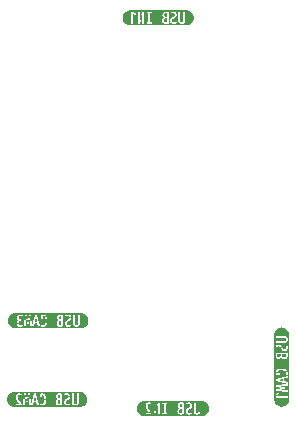
<source format=gbr>
%TF.GenerationSoftware,KiCad,Pcbnew,8.0.7-8.0.7-0~ubuntu22.04.1*%
%TF.CreationDate,2025-01-11T21:05:42+01:00*%
%TF.ProjectId,camera_360,63616d65-7261-45f3-9336-302e6b696361,rev?*%
%TF.SameCoordinates,Original*%
%TF.FileFunction,Legend,Bot*%
%TF.FilePolarity,Positive*%
%FSLAX46Y46*%
G04 Gerber Fmt 4.6, Leading zero omitted, Abs format (unit mm)*
G04 Created by KiCad (PCBNEW 8.0.7-8.0.7-0~ubuntu22.04.1) date 2025-01-11 21:05:42*
%MOMM*%
%LPD*%
G01*
G04 APERTURE LIST*
%ADD10C,0.000000*%
%ADD11C,5.600000*%
%ADD12O,1.000000X1.800000*%
%ADD13O,1.000000X2.100000*%
%ADD14C,0.650000*%
G04 APERTURE END LIST*
D10*
%TO.C,kibuzzard-6782C8DC*%
G36*
X108730764Y-71065169D02*
G01*
X108791712Y-71074210D01*
X108851480Y-71089181D01*
X108909493Y-71109939D01*
X108965192Y-71136282D01*
X109018041Y-71167959D01*
X109067530Y-71204662D01*
X109113183Y-71246040D01*
X109154561Y-71291694D01*
X109191265Y-71341183D01*
X109222941Y-71394032D01*
X109249285Y-71449731D01*
X109270042Y-71507744D01*
X109285014Y-71567512D01*
X109294054Y-71628460D01*
X109297078Y-71690000D01*
X109294054Y-71751540D01*
X109285014Y-71812488D01*
X109270042Y-71872256D01*
X109249285Y-71930269D01*
X109222941Y-71985968D01*
X109191265Y-72038817D01*
X109154561Y-72088306D01*
X109113183Y-72133960D01*
X109067530Y-72175338D01*
X109018041Y-72212041D01*
X108965192Y-72243718D01*
X108909493Y-72270061D01*
X108851480Y-72290819D01*
X108791712Y-72305790D01*
X108730764Y-72314831D01*
X108669224Y-72317854D01*
X108555068Y-72317854D01*
X108281096Y-72317854D01*
X107616712Y-72317854D01*
X106938630Y-72317854D01*
X105308493Y-72317854D01*
X105116712Y-72317854D01*
X103924931Y-72317854D01*
X103810776Y-72317854D01*
X103749236Y-72314831D01*
X103688288Y-72305790D01*
X103628520Y-72290819D01*
X103570507Y-72270061D01*
X103514808Y-72243718D01*
X103461959Y-72212041D01*
X103412470Y-72175338D01*
X103366817Y-72133960D01*
X103325439Y-72088306D01*
X103312472Y-72070822D01*
X103924931Y-72070822D01*
X103924931Y-72190000D01*
X104418082Y-72190000D01*
X104596164Y-72190000D01*
X104749589Y-72190000D01*
X104963288Y-71463973D01*
X104966027Y-71463973D01*
X104966027Y-72190000D01*
X105116712Y-72190000D01*
X105116712Y-71309178D01*
X105308493Y-71309178D01*
X105461918Y-71309178D01*
X105461918Y-72070822D01*
X105308493Y-72070822D01*
X105308493Y-72190000D01*
X105774247Y-72190000D01*
X105774247Y-72070822D01*
X105620822Y-72070822D01*
X105620822Y-71902329D01*
X106620822Y-71902329D01*
X106629650Y-71994414D01*
X106656134Y-72069756D01*
X106700274Y-72128356D01*
X106762070Y-72170213D01*
X106841522Y-72195327D01*
X106938630Y-72203699D01*
X107016560Y-72200654D01*
X107093272Y-72191522D01*
X107168767Y-72176301D01*
X107168767Y-71929726D01*
X107322192Y-71929726D01*
X107333973Y-72028356D01*
X107369315Y-72105068D01*
X107428219Y-72159863D01*
X107510685Y-72192740D01*
X107616712Y-72203699D01*
X107701644Y-72196393D01*
X107779269Y-72174475D01*
X107849589Y-72137945D01*
X107849589Y-71995479D01*
X107777291Y-72044947D01*
X107701035Y-72074627D01*
X107620822Y-72084521D01*
X107559863Y-72075103D01*
X107513973Y-72046849D01*
X107485205Y-72000445D01*
X107475616Y-71936575D01*
X107476443Y-71929726D01*
X108007123Y-71929726D01*
X108014201Y-72018919D01*
X108035434Y-72089239D01*
X108070822Y-72140685D01*
X108122496Y-72175693D01*
X108192587Y-72196697D01*
X108281096Y-72203699D01*
X108369604Y-72196697D01*
X108439696Y-72175693D01*
X108491370Y-72140685D01*
X108526758Y-72089239D01*
X108547991Y-72018919D01*
X108555068Y-71929726D01*
X108555068Y-71190000D01*
X108400274Y-71190000D01*
X108400274Y-71902329D01*
X108393425Y-71991027D01*
X108372877Y-72046164D01*
X108335548Y-72074932D01*
X108278356Y-72084521D01*
X108183836Y-72046849D01*
X108163288Y-71991884D01*
X108156438Y-71902329D01*
X108156438Y-71190000D01*
X108007123Y-71190000D01*
X108007123Y-71929726D01*
X107476443Y-71929726D01*
X107482979Y-71875616D01*
X107505068Y-71826986D01*
X107544281Y-71786918D01*
X107603014Y-71751644D01*
X107686956Y-71707808D01*
X107752481Y-71662146D01*
X107799589Y-71614658D01*
X107842226Y-71533836D01*
X107856438Y-71436575D01*
X107838459Y-71326986D01*
X107784521Y-71244795D01*
X107729802Y-71206743D01*
X107661537Y-71183912D01*
X107579726Y-71176301D01*
X107499970Y-71180868D01*
X107423257Y-71194566D01*
X107349589Y-71217397D01*
X107349589Y-71354384D01*
X107455411Y-71310205D01*
X107561918Y-71295479D01*
X107621849Y-71304384D01*
X107667397Y-71331096D01*
X107696164Y-71373562D01*
X107705753Y-71429726D01*
X107693577Y-71499285D01*
X107657047Y-71554536D01*
X107596164Y-71595479D01*
X107502861Y-71642511D01*
X107431172Y-71690457D01*
X107381096Y-71739315D01*
X107336918Y-71823904D01*
X107322192Y-71929726D01*
X107168767Y-71929726D01*
X107168767Y-71203699D01*
X107059863Y-71183151D01*
X106946849Y-71176301D01*
X106839342Y-71186274D01*
X106755726Y-71216192D01*
X106696000Y-71266055D01*
X106660164Y-71335863D01*
X106648219Y-71425616D01*
X106659007Y-71503014D01*
X106691370Y-71568082D01*
X106741541Y-71616712D01*
X106805753Y-71644795D01*
X106805753Y-71646164D01*
X106732979Y-71675274D01*
X106673562Y-71732466D01*
X106634007Y-71810548D01*
X106620822Y-71902329D01*
X105620822Y-71902329D01*
X105620822Y-71309178D01*
X105774247Y-71309178D01*
X105774247Y-71190000D01*
X105308493Y-71190000D01*
X105308493Y-71309178D01*
X105116712Y-71309178D01*
X105116712Y-71190000D01*
X104957808Y-71190000D01*
X104744110Y-71916027D01*
X104740000Y-71916027D01*
X104740000Y-71190000D01*
X104596164Y-71190000D01*
X104596164Y-72190000D01*
X104418082Y-72190000D01*
X104418082Y-72070822D01*
X104330131Y-71968585D01*
X104255711Y-71870878D01*
X104194822Y-71777699D01*
X104147464Y-71689049D01*
X104113637Y-71604929D01*
X104093341Y-71525337D01*
X104086575Y-71450274D01*
X104093938Y-71380411D01*
X104116027Y-71332466D01*
X104205753Y-71295479D01*
X104270137Y-71304460D01*
X104340913Y-71331400D01*
X104418082Y-71376301D01*
X104418082Y-71247534D01*
X104342283Y-71207960D01*
X104261005Y-71184216D01*
X104174247Y-71176301D01*
X104070308Y-71193253D01*
X103994110Y-71244110D01*
X103947363Y-71327842D01*
X103931781Y-71443425D01*
X103940380Y-71530183D01*
X103966180Y-71622420D01*
X104009178Y-71720137D01*
X104053827Y-71798390D01*
X104110377Y-71882466D01*
X104178827Y-71972363D01*
X104259178Y-72068082D01*
X104259178Y-72070822D01*
X103924931Y-72070822D01*
X103312472Y-72070822D01*
X103288735Y-72038817D01*
X103257059Y-71985968D01*
X103230715Y-71930269D01*
X103209958Y-71872256D01*
X103194986Y-71812488D01*
X103185946Y-71751540D01*
X103182922Y-71690000D01*
X103185946Y-71628460D01*
X103194986Y-71567512D01*
X103209958Y-71507744D01*
X103230715Y-71449731D01*
X103257059Y-71394032D01*
X103288735Y-71341183D01*
X103325439Y-71291694D01*
X103366817Y-71246040D01*
X103412470Y-71204662D01*
X103461959Y-71167959D01*
X103514808Y-71136282D01*
X103570507Y-71109939D01*
X103628520Y-71089181D01*
X103688288Y-71074210D01*
X103749236Y-71065169D01*
X103810776Y-71062146D01*
X103924931Y-71062146D01*
X108555068Y-71062146D01*
X108669224Y-71062146D01*
X108730764Y-71065169D01*
G37*
G36*
X107015342Y-72074932D02*
G01*
X106938630Y-72085890D01*
X106864486Y-72074760D01*
X106811918Y-72041370D01*
X106780582Y-71983664D01*
X106770137Y-71899589D01*
X106781438Y-71814315D01*
X106815342Y-71755753D01*
X106873562Y-71721849D01*
X106957808Y-71710548D01*
X107015342Y-71710548D01*
X107015342Y-72074932D01*
G37*
G36*
X107015342Y-71305068D02*
G01*
X107015342Y-71594110D01*
X106975616Y-71594110D01*
X106894794Y-71584692D01*
X106838630Y-71556438D01*
X106805753Y-71507295D01*
X106794794Y-71435205D01*
X106811689Y-71356819D01*
X106862374Y-71309787D01*
X106946849Y-71294110D01*
X107015342Y-71305068D01*
G37*
%TO.C,kibuzzard-6782C8D8*%
G36*
X107422134Y-37985169D02*
G01*
X107483082Y-37994210D01*
X107542850Y-38009181D01*
X107600863Y-38029939D01*
X107656562Y-38056282D01*
X107709411Y-38087959D01*
X107758900Y-38124662D01*
X107804553Y-38166040D01*
X107845931Y-38211694D01*
X107882635Y-38261183D01*
X107914311Y-38314032D01*
X107940655Y-38369731D01*
X107961412Y-38427744D01*
X107976383Y-38487512D01*
X107985424Y-38548460D01*
X107988447Y-38610000D01*
X107985424Y-38671540D01*
X107976383Y-38732488D01*
X107961412Y-38792256D01*
X107940655Y-38850269D01*
X107914311Y-38905968D01*
X107882635Y-38958817D01*
X107845931Y-39008306D01*
X107804553Y-39053960D01*
X107758900Y-39095338D01*
X107709411Y-39132041D01*
X107656562Y-39163718D01*
X107600863Y-39190061D01*
X107542850Y-39210819D01*
X107483082Y-39225790D01*
X107422134Y-39234831D01*
X107360594Y-39237854D01*
X107246438Y-39237854D01*
X106972466Y-39237854D01*
X106308082Y-39237854D01*
X105630000Y-39237854D01*
X103999863Y-39237854D01*
X103808082Y-39237854D01*
X102866986Y-39237854D01*
X102713562Y-39237854D01*
X102599406Y-39237854D01*
X102537866Y-39234831D01*
X102476918Y-39225790D01*
X102417150Y-39210819D01*
X102359137Y-39190061D01*
X102303438Y-39163718D01*
X102250589Y-39132041D01*
X102220870Y-39110000D01*
X102713562Y-39110000D01*
X102866986Y-39110000D01*
X103287534Y-39110000D01*
X103440959Y-39110000D01*
X103654658Y-38383973D01*
X103657397Y-38383973D01*
X103657397Y-39110000D01*
X103808082Y-39110000D01*
X103808082Y-38229178D01*
X103999863Y-38229178D01*
X104153288Y-38229178D01*
X104153288Y-38990822D01*
X103999863Y-38990822D01*
X103999863Y-39110000D01*
X104465616Y-39110000D01*
X104465616Y-38990822D01*
X104312192Y-38990822D01*
X104312192Y-38822329D01*
X105312192Y-38822329D01*
X105321020Y-38914414D01*
X105347504Y-38989756D01*
X105391644Y-39048356D01*
X105453440Y-39090213D01*
X105532892Y-39115327D01*
X105630000Y-39123699D01*
X105707930Y-39120654D01*
X105784642Y-39111522D01*
X105860137Y-39096301D01*
X105860137Y-38849726D01*
X106013562Y-38849726D01*
X106025342Y-38948356D01*
X106060685Y-39025068D01*
X106119589Y-39079863D01*
X106202055Y-39112740D01*
X106308082Y-39123699D01*
X106393014Y-39116393D01*
X106470639Y-39094475D01*
X106540959Y-39057945D01*
X106540959Y-38915479D01*
X106468661Y-38964947D01*
X106392405Y-38994627D01*
X106312192Y-39004521D01*
X106251233Y-38995103D01*
X106205342Y-38966849D01*
X106176575Y-38920445D01*
X106166986Y-38856575D01*
X106167813Y-38849726D01*
X106698493Y-38849726D01*
X106705571Y-38938919D01*
X106726804Y-39009239D01*
X106762192Y-39060685D01*
X106813866Y-39095693D01*
X106883957Y-39116697D01*
X106972466Y-39123699D01*
X107060974Y-39116697D01*
X107131065Y-39095693D01*
X107182740Y-39060685D01*
X107218128Y-39009239D01*
X107239361Y-38938919D01*
X107246438Y-38849726D01*
X107246438Y-38110000D01*
X107091644Y-38110000D01*
X107091644Y-38822329D01*
X107084795Y-38911027D01*
X107064247Y-38966164D01*
X107026918Y-38994932D01*
X106969726Y-39004521D01*
X106875205Y-38966849D01*
X106854658Y-38911884D01*
X106847808Y-38822329D01*
X106847808Y-38110000D01*
X106698493Y-38110000D01*
X106698493Y-38849726D01*
X106167813Y-38849726D01*
X106174349Y-38795616D01*
X106196438Y-38746986D01*
X106235651Y-38706918D01*
X106294384Y-38671644D01*
X106378326Y-38627808D01*
X106443851Y-38582146D01*
X106490959Y-38534658D01*
X106533596Y-38453836D01*
X106547808Y-38356575D01*
X106529829Y-38246986D01*
X106475890Y-38164795D01*
X106421172Y-38126743D01*
X106352907Y-38103912D01*
X106271096Y-38096301D01*
X106191339Y-38100868D01*
X106114627Y-38114566D01*
X106040959Y-38137397D01*
X106040959Y-38274384D01*
X106146781Y-38230205D01*
X106253288Y-38215479D01*
X106313219Y-38224384D01*
X106358767Y-38251096D01*
X106387534Y-38293562D01*
X106397123Y-38349726D01*
X106384947Y-38419285D01*
X106348417Y-38474536D01*
X106287534Y-38515479D01*
X106194231Y-38562511D01*
X106122542Y-38610457D01*
X106072466Y-38659315D01*
X106028288Y-38743904D01*
X106013562Y-38849726D01*
X105860137Y-38849726D01*
X105860137Y-38123699D01*
X105751233Y-38103151D01*
X105638219Y-38096301D01*
X105530712Y-38106274D01*
X105447096Y-38136192D01*
X105387370Y-38186055D01*
X105351534Y-38255863D01*
X105339589Y-38345616D01*
X105350377Y-38423014D01*
X105382740Y-38488082D01*
X105432911Y-38536712D01*
X105497123Y-38564795D01*
X105497123Y-38566164D01*
X105424349Y-38595274D01*
X105364932Y-38652466D01*
X105325377Y-38730548D01*
X105312192Y-38822329D01*
X104312192Y-38822329D01*
X104312192Y-38229178D01*
X104465616Y-38229178D01*
X104465616Y-38110000D01*
X103999863Y-38110000D01*
X103999863Y-38229178D01*
X103808082Y-38229178D01*
X103808082Y-38110000D01*
X103649178Y-38110000D01*
X103435479Y-38836027D01*
X103431370Y-38836027D01*
X103431370Y-38110000D01*
X103287534Y-38110000D01*
X103287534Y-39110000D01*
X102866986Y-39110000D01*
X102866986Y-38253836D01*
X102869726Y-38252466D01*
X103105342Y-38383973D01*
X103105342Y-38249726D01*
X102865616Y-38110000D01*
X102713562Y-38110000D01*
X102713562Y-39110000D01*
X102220870Y-39110000D01*
X102201100Y-39095338D01*
X102155447Y-39053960D01*
X102114069Y-39008306D01*
X102077365Y-38958817D01*
X102045689Y-38905968D01*
X102019345Y-38850269D01*
X101998588Y-38792256D01*
X101983617Y-38732488D01*
X101974576Y-38671540D01*
X101971553Y-38610000D01*
X101974576Y-38548460D01*
X101983617Y-38487512D01*
X101998588Y-38427744D01*
X102019345Y-38369731D01*
X102045689Y-38314032D01*
X102077365Y-38261183D01*
X102114069Y-38211694D01*
X102155447Y-38166040D01*
X102201100Y-38124662D01*
X102250589Y-38087959D01*
X102303438Y-38056282D01*
X102359137Y-38029939D01*
X102417150Y-38009181D01*
X102476918Y-37994210D01*
X102537866Y-37985169D01*
X102599406Y-37982146D01*
X102713562Y-37982146D01*
X107246438Y-37982146D01*
X107360594Y-37982146D01*
X107422134Y-37985169D01*
G37*
G36*
X105706712Y-38994932D02*
G01*
X105630000Y-39005890D01*
X105555856Y-38994760D01*
X105503288Y-38961370D01*
X105471952Y-38903664D01*
X105461507Y-38819589D01*
X105472808Y-38734315D01*
X105506712Y-38675753D01*
X105564932Y-38641849D01*
X105649178Y-38630548D01*
X105706712Y-38630548D01*
X105706712Y-38994932D01*
G37*
G36*
X105706712Y-38225068D02*
G01*
X105706712Y-38514110D01*
X105666986Y-38514110D01*
X105586164Y-38504692D01*
X105530000Y-38476438D01*
X105497123Y-38427295D01*
X105486164Y-38355205D01*
X105503059Y-38276819D01*
X105553744Y-38229787D01*
X105638219Y-38214110D01*
X105706712Y-38225068D01*
G37*
%TO.C,kibuzzard-6782C82D*%
G36*
X116067854Y-66509452D02*
G01*
X116067854Y-67187534D01*
X116067854Y-68650548D01*
X116067854Y-68943699D01*
X116067854Y-69776575D01*
X116067854Y-70635479D01*
X116067854Y-70788904D01*
X116067854Y-70903059D01*
X116064831Y-70964600D01*
X116055790Y-71025548D01*
X116040819Y-71085316D01*
X116020061Y-71143329D01*
X115993718Y-71199028D01*
X115962041Y-71251876D01*
X115925338Y-71301366D01*
X115883960Y-71347019D01*
X115838306Y-71388397D01*
X115788817Y-71425101D01*
X115735968Y-71456777D01*
X115680269Y-71483121D01*
X115622256Y-71503878D01*
X115562488Y-71518849D01*
X115501540Y-71527890D01*
X115440000Y-71530913D01*
X115378460Y-71527890D01*
X115317512Y-71518849D01*
X115257744Y-71503878D01*
X115199731Y-71483121D01*
X115144032Y-71456777D01*
X115091183Y-71425101D01*
X115041694Y-71388397D01*
X114996040Y-71347019D01*
X114954662Y-71301366D01*
X114917959Y-71251876D01*
X114886282Y-71199028D01*
X114859939Y-71143329D01*
X114839181Y-71085316D01*
X114824210Y-71025548D01*
X114815169Y-70964600D01*
X114812146Y-70903059D01*
X114812146Y-70788904D01*
X114812146Y-70636849D01*
X114940000Y-70636849D01*
X114940000Y-70788904D01*
X115940000Y-70788904D01*
X115940000Y-70635479D01*
X115083836Y-70635479D01*
X115082466Y-70632740D01*
X115213973Y-70397123D01*
X115079726Y-70397123D01*
X114940000Y-70636849D01*
X114812146Y-70636849D01*
X114812146Y-69694384D01*
X114940000Y-69694384D01*
X114940000Y-69873836D01*
X115576986Y-69957397D01*
X115576986Y-69960137D01*
X114940000Y-70042329D01*
X114940000Y-70214932D01*
X115940000Y-70265616D01*
X115940000Y-70119041D01*
X115090685Y-70098493D01*
X115090685Y-70097123D01*
X115707123Y-70012192D01*
X115707123Y-69882055D01*
X115090685Y-69803973D01*
X115090685Y-69799863D01*
X115940000Y-69776575D01*
X115940000Y-69642329D01*
X114940000Y-69694384D01*
X114812146Y-69694384D01*
X114812146Y-69179315D01*
X114940000Y-69179315D01*
X114940000Y-69357397D01*
X115940000Y-69594384D01*
X115940000Y-69435479D01*
X115676986Y-69383425D01*
X115676986Y-69149178D01*
X115940000Y-69097123D01*
X115940000Y-68943699D01*
X114940000Y-69179315D01*
X114812146Y-69179315D01*
X114812146Y-68646438D01*
X114926301Y-68646438D01*
X114933836Y-68744041D01*
X114956438Y-68831370D01*
X115266027Y-68831370D01*
X115266027Y-68684795D01*
X115052329Y-68684795D01*
X115046849Y-68653288D01*
X115057390Y-68592595D01*
X115089011Y-68542938D01*
X115141712Y-68504315D01*
X115215495Y-68476728D01*
X115310358Y-68460175D01*
X115426301Y-68454658D01*
X115551454Y-68460746D01*
X115653851Y-68479011D01*
X115733493Y-68509452D01*
X115790381Y-68552070D01*
X115824513Y-68606865D01*
X115835890Y-68673836D01*
X115825274Y-68746438D01*
X115793425Y-68824521D01*
X115919452Y-68824521D01*
X115945137Y-68741986D01*
X115953699Y-68650548D01*
X115945458Y-68569319D01*
X115920736Y-68498921D01*
X115879533Y-68439354D01*
X115821849Y-68390616D01*
X115747684Y-68352710D01*
X115657038Y-68325634D01*
X115549910Y-68309388D01*
X115426301Y-68303973D01*
X115309114Y-68309324D01*
X115207551Y-68325377D01*
X115121614Y-68352132D01*
X115051301Y-68389589D01*
X114996614Y-68437748D01*
X114957551Y-68496610D01*
X114934114Y-68566173D01*
X114926301Y-68646438D01*
X114812146Y-68646438D01*
X114812146Y-67179315D01*
X114926301Y-67179315D01*
X114936274Y-67286822D01*
X114966192Y-67370438D01*
X115016055Y-67430164D01*
X115085863Y-67466000D01*
X115175616Y-67477945D01*
X115253014Y-67467158D01*
X115318082Y-67434795D01*
X115366712Y-67384623D01*
X115394795Y-67320411D01*
X115396164Y-67320411D01*
X115425274Y-67393185D01*
X115482466Y-67452603D01*
X115560548Y-67492158D01*
X115652329Y-67505342D01*
X115744414Y-67496514D01*
X115819756Y-67470030D01*
X115878356Y-67425890D01*
X115920213Y-67364094D01*
X115945327Y-67284642D01*
X115953699Y-67187534D01*
X115950654Y-67109604D01*
X115941522Y-67032892D01*
X115926301Y-66957397D01*
X114953699Y-66957397D01*
X114933151Y-67066301D01*
X114926301Y-67179315D01*
X114812146Y-67179315D01*
X114812146Y-66546438D01*
X114926301Y-66546438D01*
X114930868Y-66626195D01*
X114944566Y-66702907D01*
X114967397Y-66776575D01*
X115104384Y-66776575D01*
X115060205Y-66670753D01*
X115045479Y-66564247D01*
X115054384Y-66504315D01*
X115081096Y-66458767D01*
X115123562Y-66430000D01*
X115179726Y-66420411D01*
X115249285Y-66432588D01*
X115304536Y-66469117D01*
X115345479Y-66530000D01*
X115392511Y-66623303D01*
X115440457Y-66694992D01*
X115489315Y-66745068D01*
X115573904Y-66789247D01*
X115679726Y-66803973D01*
X115778356Y-66792192D01*
X115855068Y-66756849D01*
X115909863Y-66697945D01*
X115942740Y-66615479D01*
X115953699Y-66509452D01*
X115946393Y-66424521D01*
X115924475Y-66346895D01*
X115887945Y-66276575D01*
X115745479Y-66276575D01*
X115794947Y-66348874D01*
X115824627Y-66425129D01*
X115834521Y-66505342D01*
X115825103Y-66566301D01*
X115796849Y-66612192D01*
X115750445Y-66640959D01*
X115686575Y-66650548D01*
X115625616Y-66643185D01*
X115576986Y-66621096D01*
X115536918Y-66581884D01*
X115501644Y-66523151D01*
X115457808Y-66439209D01*
X115412146Y-66373683D01*
X115364658Y-66326575D01*
X115283836Y-66283938D01*
X115186575Y-66269726D01*
X115076986Y-66287705D01*
X114994795Y-66341644D01*
X114956743Y-66396362D01*
X114933912Y-66464627D01*
X114926301Y-66546438D01*
X114812146Y-66546438D01*
X114812146Y-65571096D01*
X114940000Y-65571096D01*
X114940000Y-65725890D01*
X115652329Y-65725890D01*
X115741027Y-65732740D01*
X115796164Y-65753288D01*
X115824932Y-65790616D01*
X115834521Y-65847808D01*
X115796849Y-65942329D01*
X115741884Y-65962877D01*
X115652329Y-65969726D01*
X114940000Y-65969726D01*
X114940000Y-66119041D01*
X115679726Y-66119041D01*
X115768919Y-66111963D01*
X115839239Y-66090731D01*
X115890685Y-66055342D01*
X115925693Y-66003668D01*
X115946697Y-65933577D01*
X115953699Y-65845068D01*
X115946697Y-65756560D01*
X115925693Y-65686469D01*
X115890685Y-65634795D01*
X115839239Y-65599406D01*
X115768919Y-65578174D01*
X115679726Y-65571096D01*
X114940000Y-65571096D01*
X114812146Y-65571096D01*
X114812146Y-65456941D01*
X114815169Y-65395400D01*
X114824210Y-65334452D01*
X114839181Y-65274684D01*
X114859939Y-65216671D01*
X114886282Y-65160972D01*
X114917959Y-65108124D01*
X114954662Y-65058634D01*
X114996040Y-65012981D01*
X115041694Y-64971603D01*
X115091183Y-64934899D01*
X115144032Y-64903223D01*
X115199731Y-64876879D01*
X115257744Y-64856122D01*
X115317512Y-64841151D01*
X115378460Y-64832110D01*
X115440000Y-64829087D01*
X115501540Y-64832110D01*
X115562488Y-64841151D01*
X115622256Y-64856122D01*
X115680269Y-64876879D01*
X115735968Y-64903223D01*
X115788817Y-64934899D01*
X115838306Y-64971603D01*
X115883960Y-65012981D01*
X115925338Y-65058634D01*
X115962041Y-65108124D01*
X115993718Y-65160972D01*
X116020061Y-65216671D01*
X116040819Y-65274684D01*
X116055790Y-65334452D01*
X116064831Y-65395400D01*
X116067854Y-65456941D01*
X116067854Y-65571096D01*
X116067854Y-65845068D01*
X116067854Y-66509452D01*
G37*
G36*
X115560548Y-69360137D02*
G01*
X115090685Y-69266986D01*
X115090685Y-69265616D01*
X115560548Y-69172466D01*
X115560548Y-69360137D01*
G37*
G36*
X115835890Y-67187534D02*
G01*
X115824760Y-67261678D01*
X115791370Y-67314247D01*
X115733664Y-67345582D01*
X115649589Y-67356027D01*
X115564315Y-67344726D01*
X115505753Y-67310822D01*
X115471849Y-67252603D01*
X115460548Y-67168356D01*
X115460548Y-67110822D01*
X115824932Y-67110822D01*
X115835890Y-67187534D01*
G37*
G36*
X115344110Y-67150548D02*
G01*
X115334692Y-67231370D01*
X115306438Y-67287534D01*
X115257295Y-67320411D01*
X115185205Y-67331370D01*
X115106819Y-67314475D01*
X115059787Y-67263790D01*
X115044110Y-67179315D01*
X115055068Y-67110822D01*
X115344110Y-67110822D01*
X115344110Y-67150548D01*
G37*
%TO.C,kibuzzard-6782C81A*%
G36*
X98423230Y-70295169D02*
G01*
X98484178Y-70304210D01*
X98543946Y-70319181D01*
X98601959Y-70339939D01*
X98657658Y-70366282D01*
X98710506Y-70397959D01*
X98759996Y-70434662D01*
X98805649Y-70476040D01*
X98847027Y-70521694D01*
X98883731Y-70571183D01*
X98915407Y-70624032D01*
X98941751Y-70679731D01*
X98962508Y-70737744D01*
X98977479Y-70797512D01*
X98986520Y-70858460D01*
X98989543Y-70920000D01*
X98986520Y-70981540D01*
X98977479Y-71042488D01*
X98962508Y-71102256D01*
X98941751Y-71160269D01*
X98915407Y-71215968D01*
X98883731Y-71268817D01*
X98847027Y-71318306D01*
X98805649Y-71363960D01*
X98759996Y-71405338D01*
X98710506Y-71442041D01*
X98657658Y-71473718D01*
X98601959Y-71500061D01*
X98543946Y-71520819D01*
X98484178Y-71535790D01*
X98423230Y-71544831D01*
X98361690Y-71547854D01*
X98247534Y-71547854D01*
X97973562Y-71547854D01*
X97309178Y-71547854D01*
X96631096Y-71547854D01*
X95168082Y-71547854D01*
X94874932Y-71547854D01*
X94042055Y-71547854D01*
X92932466Y-71547854D01*
X92818311Y-71547854D01*
X92756770Y-71544831D01*
X92695822Y-71535790D01*
X92636054Y-71520819D01*
X92578041Y-71500061D01*
X92522342Y-71473718D01*
X92469494Y-71442041D01*
X92420004Y-71405338D01*
X92374351Y-71363960D01*
X92332973Y-71318306D01*
X92320006Y-71300822D01*
X92932466Y-71300822D01*
X92932466Y-71420000D01*
X93425616Y-71420000D01*
X93553014Y-71420000D01*
X93699589Y-71420000D01*
X93720137Y-70570685D01*
X93721507Y-70570685D01*
X93806438Y-71187123D01*
X93936575Y-71187123D01*
X94014658Y-70570685D01*
X94018767Y-70570685D01*
X94042055Y-71420000D01*
X94176301Y-71420000D01*
X94224247Y-71420000D01*
X94383151Y-71420000D01*
X94435205Y-71156986D01*
X94669452Y-71156986D01*
X94721507Y-71420000D01*
X94874932Y-71420000D01*
X94643188Y-70436438D01*
X94987260Y-70436438D01*
X94987260Y-70746027D01*
X95133836Y-70746027D01*
X95133836Y-70532329D01*
X95165342Y-70526849D01*
X95226035Y-70537390D01*
X95275693Y-70569011D01*
X95314315Y-70621712D01*
X95341903Y-70695495D01*
X95358455Y-70790358D01*
X95363973Y-70906301D01*
X95357884Y-71031454D01*
X95339619Y-71133851D01*
X95309178Y-71213493D01*
X95266560Y-71270381D01*
X95211766Y-71304513D01*
X95144795Y-71315890D01*
X95072192Y-71305274D01*
X94994110Y-71273425D01*
X94994110Y-71399452D01*
X95076644Y-71425137D01*
X95168082Y-71433699D01*
X95249311Y-71425458D01*
X95319709Y-71400736D01*
X95379277Y-71359533D01*
X95428014Y-71301849D01*
X95465920Y-71227684D01*
X95492997Y-71137038D01*
X95493711Y-71132329D01*
X96313288Y-71132329D01*
X96322116Y-71224414D01*
X96348600Y-71299756D01*
X96392740Y-71358356D01*
X96454536Y-71400213D01*
X96533988Y-71425327D01*
X96631096Y-71433699D01*
X96709026Y-71430654D01*
X96785738Y-71421522D01*
X96861233Y-71406301D01*
X96861233Y-71159726D01*
X97014658Y-71159726D01*
X97026438Y-71258356D01*
X97061781Y-71335068D01*
X97120685Y-71389863D01*
X97203151Y-71422740D01*
X97309178Y-71433699D01*
X97394110Y-71426393D01*
X97471735Y-71404475D01*
X97542055Y-71367945D01*
X97542055Y-71225479D01*
X97469756Y-71274947D01*
X97393501Y-71304627D01*
X97313288Y-71314521D01*
X97252329Y-71305103D01*
X97206438Y-71276849D01*
X97177671Y-71230445D01*
X97168082Y-71166575D01*
X97168909Y-71159726D01*
X97699589Y-71159726D01*
X97706667Y-71248919D01*
X97727900Y-71319239D01*
X97763288Y-71370685D01*
X97814962Y-71405693D01*
X97885053Y-71426697D01*
X97973562Y-71433699D01*
X98062070Y-71426697D01*
X98132161Y-71405693D01*
X98183836Y-71370685D01*
X98219224Y-71319239D01*
X98240457Y-71248919D01*
X98247534Y-71159726D01*
X98247534Y-70420000D01*
X98092740Y-70420000D01*
X98092740Y-71132329D01*
X98085890Y-71221027D01*
X98065342Y-71276164D01*
X98028014Y-71304932D01*
X97970822Y-71314521D01*
X97876301Y-71276849D01*
X97855753Y-71221884D01*
X97848904Y-71132329D01*
X97848904Y-70420000D01*
X97699589Y-70420000D01*
X97699589Y-71159726D01*
X97168909Y-71159726D01*
X97175445Y-71105616D01*
X97197534Y-71056986D01*
X97236747Y-71016918D01*
X97295479Y-70981644D01*
X97379422Y-70937808D01*
X97444947Y-70892146D01*
X97492055Y-70844658D01*
X97534692Y-70763836D01*
X97548904Y-70666575D01*
X97530925Y-70556986D01*
X97476986Y-70474795D01*
X97422268Y-70436743D01*
X97354003Y-70413912D01*
X97272192Y-70406301D01*
X97192435Y-70410868D01*
X97115723Y-70424566D01*
X97042055Y-70447397D01*
X97042055Y-70584384D01*
X97147877Y-70540205D01*
X97254384Y-70525479D01*
X97314315Y-70534384D01*
X97359863Y-70561096D01*
X97388630Y-70603562D01*
X97398219Y-70659726D01*
X97386043Y-70729285D01*
X97349513Y-70784536D01*
X97288630Y-70825479D01*
X97195327Y-70872511D01*
X97123638Y-70920457D01*
X97073562Y-70969315D01*
X97029384Y-71053904D01*
X97014658Y-71159726D01*
X96861233Y-71159726D01*
X96861233Y-70433699D01*
X96752329Y-70413151D01*
X96639315Y-70406301D01*
X96531808Y-70416274D01*
X96448192Y-70446192D01*
X96388466Y-70496055D01*
X96352630Y-70565863D01*
X96340685Y-70655616D01*
X96351473Y-70733014D01*
X96383836Y-70798082D01*
X96434007Y-70846712D01*
X96498219Y-70874795D01*
X96498219Y-70876164D01*
X96425445Y-70905274D01*
X96366027Y-70962466D01*
X96326473Y-71040548D01*
X96313288Y-71132329D01*
X95493711Y-71132329D01*
X95509242Y-71029910D01*
X95514658Y-70906301D01*
X95509307Y-70789114D01*
X95493253Y-70687551D01*
X95466498Y-70601614D01*
X95429041Y-70531301D01*
X95380882Y-70476614D01*
X95322021Y-70437551D01*
X95252457Y-70414114D01*
X95172192Y-70406301D01*
X95074589Y-70413836D01*
X94987260Y-70436438D01*
X94643188Y-70436438D01*
X94639315Y-70420000D01*
X94461233Y-70420000D01*
X94224247Y-71420000D01*
X94176301Y-71420000D01*
X94124247Y-70420000D01*
X93944795Y-70420000D01*
X93861233Y-71056986D01*
X93858493Y-71056986D01*
X93776301Y-70420000D01*
X93603699Y-70420000D01*
X93553014Y-71420000D01*
X93425616Y-71420000D01*
X93425616Y-71300822D01*
X93337666Y-71198585D01*
X93263246Y-71100878D01*
X93202357Y-71007699D01*
X93154999Y-70919049D01*
X93121171Y-70834929D01*
X93100875Y-70755337D01*
X93094110Y-70680274D01*
X93101473Y-70610411D01*
X93123562Y-70562466D01*
X93213288Y-70525479D01*
X93277671Y-70534460D01*
X93348447Y-70561400D01*
X93425616Y-70606301D01*
X93425616Y-70477534D01*
X93349817Y-70437960D01*
X93268539Y-70414216D01*
X93181781Y-70406301D01*
X93077842Y-70423253D01*
X93001644Y-70474110D01*
X92954897Y-70557842D01*
X92939315Y-70673425D01*
X92947915Y-70760183D01*
X92973714Y-70852420D01*
X93016712Y-70950137D01*
X93061361Y-71028390D01*
X93117911Y-71112466D01*
X93186361Y-71202363D01*
X93266712Y-71298082D01*
X93266712Y-71300822D01*
X92932466Y-71300822D01*
X92320006Y-71300822D01*
X92296269Y-71268817D01*
X92264593Y-71215968D01*
X92238249Y-71160269D01*
X92217492Y-71102256D01*
X92202521Y-71042488D01*
X92193480Y-70981540D01*
X92190457Y-70920000D01*
X92193480Y-70858460D01*
X92202521Y-70797512D01*
X92217492Y-70737744D01*
X92238249Y-70679731D01*
X92264593Y-70624032D01*
X92296269Y-70571183D01*
X92332973Y-70521694D01*
X92374351Y-70476040D01*
X92420004Y-70434662D01*
X92469494Y-70397959D01*
X92522342Y-70366282D01*
X92578041Y-70339939D01*
X92636054Y-70319181D01*
X92695822Y-70304210D01*
X92756770Y-70295169D01*
X92818311Y-70292146D01*
X92932466Y-70292146D01*
X98247534Y-70292146D01*
X98361690Y-70292146D01*
X98423230Y-70295169D01*
G37*
G36*
X94646164Y-71040548D02*
G01*
X94458493Y-71040548D01*
X94551644Y-70570685D01*
X94553014Y-70570685D01*
X94646164Y-71040548D01*
G37*
G36*
X96707808Y-71304932D02*
G01*
X96631096Y-71315890D01*
X96556952Y-71304760D01*
X96504384Y-71271370D01*
X96473048Y-71213664D01*
X96462603Y-71129589D01*
X96473904Y-71044315D01*
X96507808Y-70985753D01*
X96566027Y-70951849D01*
X96650274Y-70940548D01*
X96707808Y-70940548D01*
X96707808Y-71304932D01*
G37*
G36*
X96707808Y-70535068D02*
G01*
X96707808Y-70824110D01*
X96668082Y-70824110D01*
X96587260Y-70814692D01*
X96531096Y-70786438D01*
X96498219Y-70737295D01*
X96487260Y-70665205D01*
X96504155Y-70586819D01*
X96554840Y-70539787D01*
X96639315Y-70524110D01*
X96707808Y-70535068D01*
G37*
%TO.C,kibuzzard-6782C80A*%
G36*
X98511449Y-63625169D02*
G01*
X98572397Y-63634210D01*
X98632165Y-63649181D01*
X98690178Y-63669939D01*
X98745877Y-63696282D01*
X98798726Y-63727959D01*
X98848215Y-63764662D01*
X98893868Y-63806040D01*
X98935246Y-63851694D01*
X98971950Y-63901183D01*
X99003626Y-63954032D01*
X99029970Y-64009731D01*
X99050727Y-64067744D01*
X99065698Y-64127512D01*
X99074739Y-64188460D01*
X99077763Y-64250000D01*
X99074739Y-64311540D01*
X99065698Y-64372488D01*
X99050727Y-64432256D01*
X99029970Y-64490269D01*
X99003626Y-64545968D01*
X98971950Y-64598817D01*
X98935246Y-64648306D01*
X98893868Y-64693960D01*
X98848215Y-64735338D01*
X98798726Y-64772041D01*
X98745877Y-64803718D01*
X98690178Y-64830061D01*
X98632165Y-64850819D01*
X98572397Y-64865790D01*
X98511449Y-64874831D01*
X98449909Y-64877854D01*
X98335753Y-64877854D01*
X98061781Y-64877854D01*
X97397397Y-64877854D01*
X96719315Y-64877854D01*
X95256301Y-64877854D01*
X94963151Y-64877854D01*
X94130274Y-64877854D01*
X93312466Y-64877854D01*
X93004247Y-64877854D01*
X92890091Y-64877854D01*
X92828551Y-64874831D01*
X92767603Y-64865790D01*
X92707835Y-64850819D01*
X92649822Y-64830061D01*
X92594123Y-64803718D01*
X92541274Y-64772041D01*
X92491785Y-64735338D01*
X92446132Y-64693960D01*
X92404754Y-64648306D01*
X92368050Y-64598817D01*
X92336374Y-64545968D01*
X92310030Y-64490269D01*
X92300033Y-64462329D01*
X93004247Y-64462329D01*
X93012808Y-64554414D01*
X93038493Y-64629756D01*
X93081301Y-64688356D01*
X93141233Y-64730213D01*
X93218288Y-64755327D01*
X93312466Y-64763699D01*
X93424110Y-64752740D01*
X93433072Y-64750000D01*
X93641233Y-64750000D01*
X93787808Y-64750000D01*
X93808356Y-63900685D01*
X93809726Y-63900685D01*
X93894657Y-64517123D01*
X94024794Y-64517123D01*
X94102877Y-63900685D01*
X94106986Y-63900685D01*
X94130274Y-64750000D01*
X94264521Y-64750000D01*
X94312466Y-64750000D01*
X94471370Y-64750000D01*
X94523425Y-64486986D01*
X94757671Y-64486986D01*
X94809726Y-64750000D01*
X94963151Y-64750000D01*
X94731407Y-63766438D01*
X95075479Y-63766438D01*
X95075479Y-64076027D01*
X95222055Y-64076027D01*
X95222055Y-63862329D01*
X95253562Y-63856849D01*
X95314254Y-63867390D01*
X95363912Y-63899011D01*
X95402534Y-63951712D01*
X95430122Y-64025495D01*
X95446674Y-64120358D01*
X95452192Y-64236301D01*
X95446103Y-64361454D01*
X95427839Y-64463851D01*
X95397397Y-64543493D01*
X95354779Y-64600381D01*
X95299985Y-64634513D01*
X95233014Y-64645890D01*
X95160411Y-64635274D01*
X95082329Y-64603425D01*
X95082329Y-64729452D01*
X95164863Y-64755137D01*
X95256301Y-64763699D01*
X95337530Y-64755458D01*
X95407928Y-64730736D01*
X95467496Y-64689533D01*
X95516233Y-64631849D01*
X95554140Y-64557684D01*
X95581216Y-64467038D01*
X95581930Y-64462329D01*
X96401507Y-64462329D01*
X96410335Y-64554414D01*
X96436819Y-64629756D01*
X96480959Y-64688356D01*
X96542755Y-64730213D01*
X96622207Y-64755327D01*
X96719315Y-64763699D01*
X96797245Y-64760654D01*
X96873957Y-64751522D01*
X96949452Y-64736301D01*
X96949452Y-64489726D01*
X97102877Y-64489726D01*
X97114657Y-64588356D01*
X97150000Y-64665068D01*
X97208904Y-64719863D01*
X97291370Y-64752740D01*
X97397397Y-64763699D01*
X97482329Y-64756393D01*
X97559954Y-64734475D01*
X97630274Y-64697945D01*
X97630274Y-64555479D01*
X97557976Y-64604947D01*
X97481720Y-64634627D01*
X97401507Y-64644521D01*
X97340548Y-64635103D01*
X97294657Y-64606849D01*
X97265890Y-64560445D01*
X97256301Y-64496575D01*
X97257128Y-64489726D01*
X97787808Y-64489726D01*
X97794886Y-64578919D01*
X97816119Y-64649239D01*
X97851507Y-64700685D01*
X97903181Y-64735693D01*
X97973272Y-64756697D01*
X98061781Y-64763699D01*
X98150289Y-64756697D01*
X98220380Y-64735693D01*
X98272055Y-64700685D01*
X98307443Y-64649239D01*
X98328676Y-64578919D01*
X98335753Y-64489726D01*
X98335753Y-63750000D01*
X98180959Y-63750000D01*
X98180959Y-64462329D01*
X98174110Y-64551027D01*
X98153562Y-64606164D01*
X98116233Y-64634932D01*
X98059041Y-64644521D01*
X97964521Y-64606849D01*
X97943973Y-64551884D01*
X97937123Y-64462329D01*
X97937123Y-63750000D01*
X97787808Y-63750000D01*
X97787808Y-64489726D01*
X97257128Y-64489726D01*
X97263664Y-64435616D01*
X97285753Y-64386986D01*
X97324966Y-64346918D01*
X97383699Y-64311644D01*
X97467641Y-64267808D01*
X97533166Y-64222146D01*
X97580274Y-64174658D01*
X97622911Y-64093836D01*
X97637123Y-63996575D01*
X97619144Y-63886986D01*
X97565205Y-63804795D01*
X97510487Y-63766743D01*
X97442222Y-63743912D01*
X97360411Y-63736301D01*
X97280654Y-63740868D01*
X97203942Y-63754566D01*
X97130274Y-63777397D01*
X97130274Y-63914384D01*
X97236096Y-63870205D01*
X97342603Y-63855479D01*
X97402534Y-63864384D01*
X97448082Y-63891096D01*
X97476849Y-63933562D01*
X97486438Y-63989726D01*
X97474262Y-64059285D01*
X97437732Y-64114536D01*
X97376849Y-64155479D01*
X97283546Y-64202511D01*
X97211857Y-64250457D01*
X97161781Y-64299315D01*
X97117603Y-64383904D01*
X97102877Y-64489726D01*
X96949452Y-64489726D01*
X96949452Y-63763699D01*
X96840548Y-63743151D01*
X96727534Y-63736301D01*
X96620027Y-63746274D01*
X96536411Y-63776192D01*
X96476685Y-63826055D01*
X96440849Y-63895863D01*
X96428904Y-63985616D01*
X96439692Y-64063014D01*
X96472055Y-64128082D01*
X96522226Y-64176712D01*
X96586438Y-64204795D01*
X96586438Y-64206164D01*
X96513664Y-64235274D01*
X96454247Y-64292466D01*
X96414692Y-64370548D01*
X96401507Y-64462329D01*
X95581930Y-64462329D01*
X95597461Y-64359910D01*
X95602877Y-64236301D01*
X95597526Y-64119114D01*
X95581473Y-64017551D01*
X95554717Y-63931614D01*
X95517260Y-63861301D01*
X95469101Y-63806614D01*
X95410240Y-63767551D01*
X95340676Y-63744114D01*
X95260411Y-63736301D01*
X95162808Y-63743836D01*
X95075479Y-63766438D01*
X94731407Y-63766438D01*
X94727534Y-63750000D01*
X94549452Y-63750000D01*
X94312466Y-64750000D01*
X94264521Y-64750000D01*
X94212466Y-63750000D01*
X94033014Y-63750000D01*
X93949452Y-64386986D01*
X93946712Y-64386986D01*
X93864521Y-63750000D01*
X93691918Y-63750000D01*
X93641233Y-64750000D01*
X93433072Y-64750000D01*
X93531644Y-64719863D01*
X93531644Y-64588356D01*
X93431986Y-64630479D01*
X93330274Y-64644521D01*
X93254760Y-64632705D01*
X93200822Y-64597260D01*
X93168459Y-64538185D01*
X93157671Y-64455479D01*
X93170000Y-64374144D01*
X93206986Y-64319178D01*
X93274110Y-64287842D01*
X93376849Y-64277397D01*
X93404247Y-64277397D01*
X93404247Y-64156849D01*
X93376849Y-64156849D01*
X93281301Y-64146575D01*
X93216575Y-64115753D01*
X93179589Y-64062671D01*
X93167260Y-63985616D01*
X93183090Y-63912557D01*
X93230578Y-63868721D01*
X93309726Y-63854110D01*
X93406301Y-63868493D01*
X93512466Y-63911644D01*
X93512466Y-63784247D01*
X93433318Y-63757610D01*
X93356606Y-63741629D01*
X93282329Y-63736301D01*
X93169657Y-63751541D01*
X93086438Y-63797260D01*
X93035068Y-63870034D01*
X93017945Y-63966438D01*
X93028219Y-64054195D01*
X93059041Y-64124315D01*
X93110411Y-64176798D01*
X93182329Y-64211644D01*
X93182329Y-64213014D01*
X93104418Y-64241438D01*
X93048767Y-64292466D01*
X93015377Y-64366096D01*
X93004247Y-64462329D01*
X92300033Y-64462329D01*
X92289273Y-64432256D01*
X92274302Y-64372488D01*
X92265261Y-64311540D01*
X92262237Y-64250000D01*
X92265261Y-64188460D01*
X92274302Y-64127512D01*
X92289273Y-64067744D01*
X92310030Y-64009731D01*
X92336374Y-63954032D01*
X92368050Y-63901183D01*
X92404754Y-63851694D01*
X92446132Y-63806040D01*
X92491785Y-63764662D01*
X92541274Y-63727959D01*
X92594123Y-63696282D01*
X92649822Y-63669939D01*
X92707835Y-63649181D01*
X92767603Y-63634210D01*
X92828551Y-63625169D01*
X92890091Y-63622146D01*
X93004247Y-63622146D01*
X98335753Y-63622146D01*
X98449909Y-63622146D01*
X98511449Y-63625169D01*
G37*
G36*
X94734384Y-64370548D02*
G01*
X94546712Y-64370548D01*
X94639863Y-63900685D01*
X94641233Y-63900685D01*
X94734384Y-64370548D01*
G37*
G36*
X96796027Y-64634932D02*
G01*
X96719315Y-64645890D01*
X96645171Y-64634760D01*
X96592603Y-64601370D01*
X96561267Y-64543664D01*
X96550822Y-64459589D01*
X96562123Y-64374315D01*
X96596027Y-64315753D01*
X96654247Y-64281849D01*
X96738493Y-64270548D01*
X96796027Y-64270548D01*
X96796027Y-64634932D01*
G37*
G36*
X96796027Y-63865068D02*
G01*
X96796027Y-64154110D01*
X96756301Y-64154110D01*
X96675479Y-64144692D01*
X96619315Y-64116438D01*
X96586438Y-64067295D01*
X96575479Y-63995205D01*
X96592374Y-63916819D01*
X96643059Y-63869787D01*
X96727534Y-63854110D01*
X96796027Y-63865068D01*
G37*
%TD*%
%LPC*%
D11*
%TO.C,H3*%
X94000000Y-101000000D03*
%TD*%
%TO.C,H4*%
X116000000Y-101000000D03*
%TD*%
%TO.C,H1*%
X94000000Y-44000000D03*
%TD*%
D12*
%TO.C,J1*%
X100680000Y-36825000D03*
D13*
X100680000Y-41025000D03*
D12*
X109320000Y-36825000D03*
D13*
X109320000Y-41025000D03*
D14*
X102110000Y-40505000D03*
X107890000Y-40505000D03*
%TD*%
D11*
%TO.C,H2*%
X116000000Y-44000000D03*
%TD*%
%LPD*%
M02*

</source>
